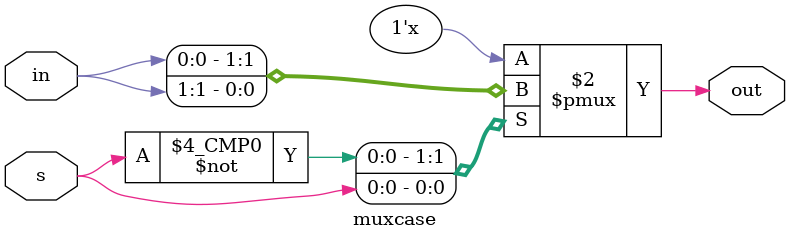
<source format=v>
`timescale 1ns / 1ps
module mux(o,i,s);
input[7:0]i;
input[2:0]s;
output o;
wire [6:1]k;
muxcase v1(k[1],i[1:0],s[0]);
muxcase v2(k[2],i[3:2],s[0]);
muxcase v3(k[3],i[5:4],s[0]);
muxcase v4(k[4],i[7:6],s[0]);
muxcase v5(k[5],k[2:1],s[1]);
muxcase v6(k[6],k[4:3],s[1]);
muxcase v7(o,k[6:5],s[2]);
endmodule
module muxcase(out ,in,s);
output reg out;
input [1:0]in;
input s;
always @(*)
casex(s)
1'b0:out=in[0];
1'b1:out=in[1];
default: out=1'bx;
endcase
endmodule


</source>
